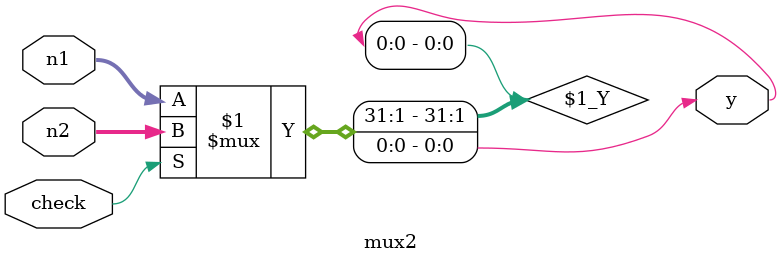
<source format=sv>
`timescale 1ns / 1ps

module mux2 #(parameter N=32) (
        input [N-1:0] n1, n2,
        input check,
        output y
    );
    
    assign y = check ? n2 : n1;
    
endmodule

</source>
